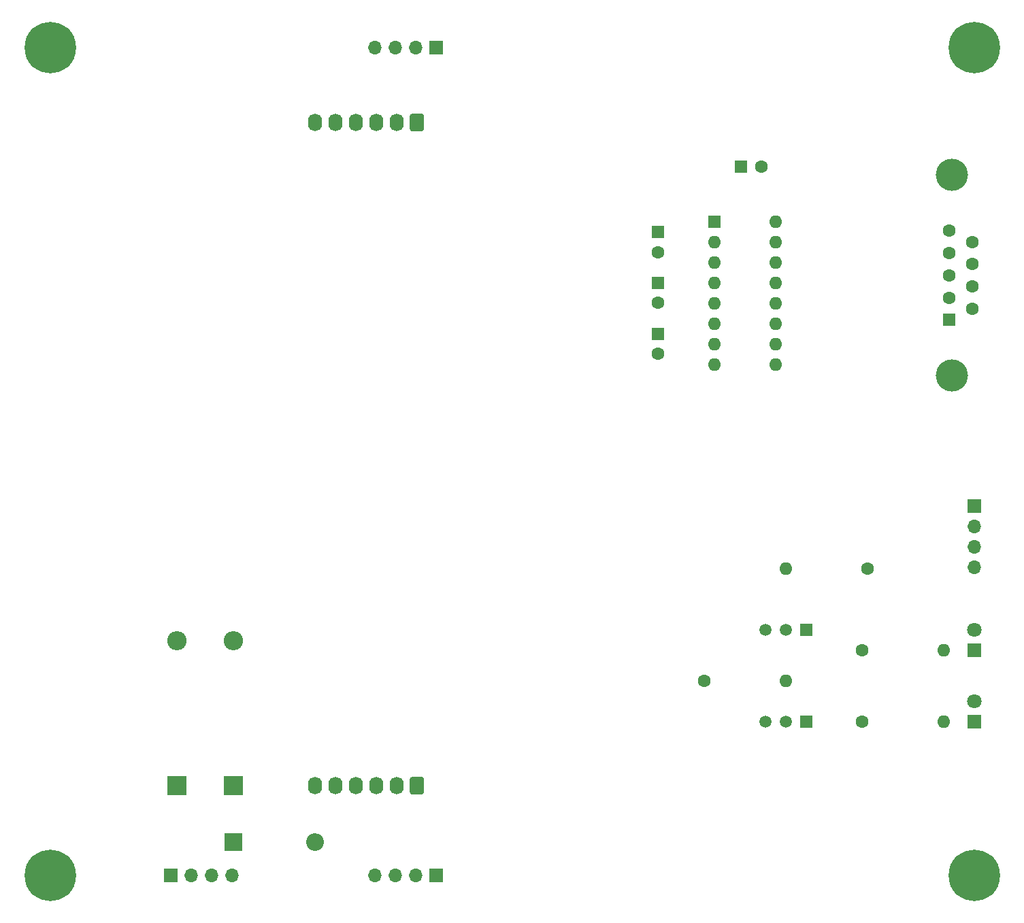
<source format=gbr>
%TF.GenerationSoftware,KiCad,Pcbnew,(5.1.10-1-10_14)*%
%TF.CreationDate,2021-07-18T13:59:37+10:00*%
%TF.ProjectId,RS232,52533233-322e-46b6-9963-61645f706362,rev?*%
%TF.SameCoordinates,Original*%
%TF.FileFunction,Soldermask,Top*%
%TF.FilePolarity,Negative*%
%FSLAX46Y46*%
G04 Gerber Fmt 4.6, Leading zero omitted, Abs format (unit mm)*
G04 Created by KiCad (PCBNEW (5.1.10-1-10_14)) date 2021-07-18 13:59:37*
%MOMM*%
%LPD*%
G01*
G04 APERTURE LIST*
%ADD10O,1.600000X1.600000*%
%ADD11C,1.600000*%
%ADD12R,1.500000X1.500000*%
%ADD13C,1.500000*%
%ADD14C,1.800000*%
%ADD15R,1.800000X1.800000*%
%ADD16O,1.700000X1.700000*%
%ADD17R,1.700000X1.700000*%
%ADD18R,1.600000X1.600000*%
%ADD19C,4.000000*%
%ADD20O,2.200000X2.200000*%
%ADD21R,2.200000X2.200000*%
%ADD22O,2.400000X2.400000*%
%ADD23R,2.400000X2.400000*%
%ADD24O,1.740000X2.190000*%
%ADD25C,0.800000*%
%ADD26C,6.400000*%
G04 APERTURE END LIST*
D10*
%TO.C,R10*%
X146205000Y-108870000D03*
D11*
X136045000Y-108870000D03*
%TD*%
D10*
%TO.C,R3*%
X126520000Y-89820000D03*
D11*
X136680000Y-89820000D03*
%TD*%
D10*
%TO.C,R2*%
X126520000Y-103790000D03*
D11*
X116360000Y-103790000D03*
%TD*%
D10*
%TO.C,R1*%
X146205000Y-99980000D03*
D11*
X136045000Y-99980000D03*
%TD*%
D12*
%TO.C,Q2*%
X129060000Y-97440000D03*
D13*
X123980000Y-97440000D03*
X126520000Y-97440000D03*
%TD*%
D12*
%TO.C,Q1*%
X129060000Y-108870000D03*
D13*
X123980000Y-108870000D03*
X126520000Y-108870000D03*
%TD*%
D14*
%TO.C,D3*%
X150015000Y-97440000D03*
D15*
X150015000Y-99980000D03*
%TD*%
D14*
%TO.C,D1*%
X150015000Y-106330000D03*
D15*
X150015000Y-108870000D03*
%TD*%
D16*
%TO.C,J5*%
X150015000Y-89620000D03*
X150015000Y-87080000D03*
X150015000Y-84540000D03*
D17*
X150015000Y-82000000D03*
%TD*%
D10*
%TO.C,U1*%
X125250000Y-46640000D03*
X117630000Y-64420000D03*
X125250000Y-49180000D03*
X117630000Y-61880000D03*
X125250000Y-51720000D03*
X117630000Y-59340000D03*
X125250000Y-54260000D03*
X117630000Y-56800000D03*
X125250000Y-56800000D03*
X117630000Y-54260000D03*
X125250000Y-59340000D03*
X117630000Y-51720000D03*
X125250000Y-61880000D03*
X117630000Y-49180000D03*
X125250000Y-64420000D03*
D18*
X117630000Y-46640000D03*
%TD*%
D19*
%TO.C,J1*%
X147180000Y-40815000D03*
X147180000Y-65815000D03*
D11*
X149720000Y-49160000D03*
X149720000Y-51930000D03*
X149720000Y-54700000D03*
X149720000Y-57470000D03*
X146880000Y-47775000D03*
X146880000Y-50545000D03*
X146880000Y-53315000D03*
X146880000Y-56085000D03*
D18*
X146880000Y-58855000D03*
%TD*%
D11*
%TO.C,C4*%
X110645000Y-56760000D03*
D18*
X110645000Y-54260000D03*
%TD*%
D11*
%TO.C,C3*%
X110645000Y-63110000D03*
D18*
X110645000Y-60610000D03*
%TD*%
D11*
%TO.C,C2*%
X123480000Y-39755000D03*
D18*
X120980000Y-39755000D03*
%TD*%
D11*
%TO.C,C1*%
X110645000Y-50450000D03*
D18*
X110645000Y-47950000D03*
%TD*%
D20*
%TO.C,D2*%
X67945000Y-123825000D03*
D21*
X57785000Y-123825000D03*
%TD*%
D22*
%TO.C,C8*%
X50800000Y-98840000D03*
D23*
X50800000Y-116840000D03*
%TD*%
D22*
%TO.C,C6*%
X57785000Y-98840000D03*
D23*
X57785000Y-116840000D03*
%TD*%
D24*
%TO.C,J11*%
X67945000Y-34290000D03*
X70485000Y-34290000D03*
X73025000Y-34290000D03*
X75565000Y-34290000D03*
X78105000Y-34290000D03*
G36*
G01*
X81515000Y-33444999D02*
X81515000Y-35135001D01*
G75*
G02*
X81265001Y-35385000I-249999J0D01*
G01*
X80024999Y-35385000D01*
G75*
G02*
X79775000Y-35135001I0J249999D01*
G01*
X79775000Y-33444999D01*
G75*
G02*
X80024999Y-33195000I249999J0D01*
G01*
X81265001Y-33195000D01*
G75*
G02*
X81515000Y-33444999I0J-249999D01*
G01*
G37*
%TD*%
%TO.C,J10*%
X67945000Y-116840000D03*
X70485000Y-116840000D03*
X73025000Y-116840000D03*
X75565000Y-116840000D03*
X78105000Y-116840000D03*
G36*
G01*
X81515000Y-115994999D02*
X81515000Y-117685001D01*
G75*
G02*
X81265001Y-117935000I-249999J0D01*
G01*
X80024999Y-117935000D01*
G75*
G02*
X79775000Y-117685001I0J249999D01*
G01*
X79775000Y-115994999D01*
G75*
G02*
X80024999Y-115745000I249999J0D01*
G01*
X81265001Y-115745000D01*
G75*
G02*
X81515000Y-115994999I0J-249999D01*
G01*
G37*
%TD*%
D16*
%TO.C,J9*%
X75380000Y-25000000D03*
X77920000Y-25000000D03*
X80460000Y-25000000D03*
D17*
X83000000Y-25000000D03*
%TD*%
D16*
%TO.C,J7*%
X75380000Y-128000000D03*
X77920000Y-128000000D03*
X80460000Y-128000000D03*
D17*
X83000000Y-128000000D03*
%TD*%
D16*
%TO.C,J6*%
X57620000Y-128000000D03*
X55080000Y-128000000D03*
X52540000Y-128000000D03*
D17*
X50000000Y-128000000D03*
%TD*%
D25*
%TO.C,H4*%
X151697056Y-23302944D03*
X150000000Y-22600000D03*
X148302944Y-23302944D03*
X147600000Y-25000000D03*
X148302944Y-26697056D03*
X150000000Y-27400000D03*
X151697056Y-26697056D03*
X152400000Y-25000000D03*
D26*
X150000000Y-25000000D03*
%TD*%
D25*
%TO.C,H3*%
X36697056Y-126302944D03*
X35000000Y-125600000D03*
X33302944Y-126302944D03*
X32600000Y-128000000D03*
X33302944Y-129697056D03*
X35000000Y-130400000D03*
X36697056Y-129697056D03*
X37400000Y-128000000D03*
D26*
X35000000Y-128000000D03*
%TD*%
D25*
%TO.C,H2*%
X36697056Y-23302944D03*
X35000000Y-22600000D03*
X33302944Y-23302944D03*
X32600000Y-25000000D03*
X33302944Y-26697056D03*
X35000000Y-27400000D03*
X36697056Y-26697056D03*
X37400000Y-25000000D03*
D26*
X35000000Y-25000000D03*
%TD*%
D25*
%TO.C,H1*%
X151697056Y-126302944D03*
X150000000Y-125600000D03*
X148302944Y-126302944D03*
X147600000Y-128000000D03*
X148302944Y-129697056D03*
X150000000Y-130400000D03*
X151697056Y-129697056D03*
X152400000Y-128000000D03*
D26*
X150000000Y-128000000D03*
%TD*%
M02*

</source>
